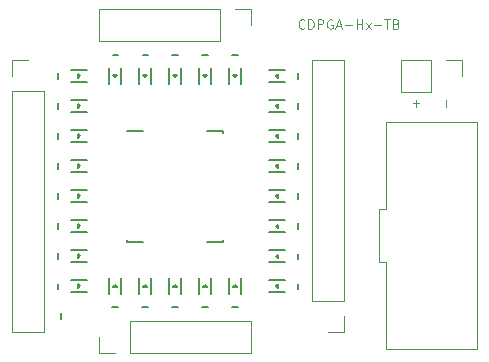
<source format=gbr>
G04 #@! TF.GenerationSoftware,KiCad,Pcbnew,5.1.10*
G04 #@! TF.CreationDate,2021-08-13T17:50:11+08:00*
G04 #@! TF.ProjectId,kudo-printer,6b75646f-2d70-4726-996e-7465722e6b69,rev?*
G04 #@! TF.SameCoordinates,PX2160ec0PY2255100*
G04 #@! TF.FileFunction,Legend,Top*
G04 #@! TF.FilePolarity,Positive*
%FSLAX46Y46*%
G04 Gerber Fmt 4.6, Leading zero omitted, Abs format (unit mm)*
G04 Created by KiCad (PCBNEW 5.1.10) date 2021-08-13 17:50:11*
%MOMM*%
%LPD*%
G01*
G04 APERTURE LIST*
%ADD10C,0.120000*%
%ADD11C,0.150000*%
%ADD12C,0.100000*%
G04 APERTURE END LIST*
D10*
X25016666Y-1835714D02*
X24978571Y-1873809D01*
X24864285Y-1911904D01*
X24788095Y-1911904D01*
X24673809Y-1873809D01*
X24597619Y-1797619D01*
X24559523Y-1721428D01*
X24521428Y-1569047D01*
X24521428Y-1454761D01*
X24559523Y-1302380D01*
X24597619Y-1226190D01*
X24673809Y-1150000D01*
X24788095Y-1111904D01*
X24864285Y-1111904D01*
X24978571Y-1150000D01*
X25016666Y-1188095D01*
X25359523Y-1911904D02*
X25359523Y-1111904D01*
X25550000Y-1111904D01*
X25664285Y-1150000D01*
X25740476Y-1226190D01*
X25778571Y-1302380D01*
X25816666Y-1454761D01*
X25816666Y-1569047D01*
X25778571Y-1721428D01*
X25740476Y-1797619D01*
X25664285Y-1873809D01*
X25550000Y-1911904D01*
X25359523Y-1911904D01*
X26159523Y-1911904D02*
X26159523Y-1111904D01*
X26464285Y-1111904D01*
X26540476Y-1150000D01*
X26578571Y-1188095D01*
X26616666Y-1264285D01*
X26616666Y-1378571D01*
X26578571Y-1454761D01*
X26540476Y-1492857D01*
X26464285Y-1530952D01*
X26159523Y-1530952D01*
X27378571Y-1150000D02*
X27302380Y-1111904D01*
X27188095Y-1111904D01*
X27073809Y-1150000D01*
X26997619Y-1226190D01*
X26959523Y-1302380D01*
X26921428Y-1454761D01*
X26921428Y-1569047D01*
X26959523Y-1721428D01*
X26997619Y-1797619D01*
X27073809Y-1873809D01*
X27188095Y-1911904D01*
X27264285Y-1911904D01*
X27378571Y-1873809D01*
X27416666Y-1835714D01*
X27416666Y-1569047D01*
X27264285Y-1569047D01*
X27721428Y-1683333D02*
X28102380Y-1683333D01*
X27645238Y-1911904D02*
X27911904Y-1111904D01*
X28178571Y-1911904D01*
X28445238Y-1607142D02*
X29054761Y-1607142D01*
X29435714Y-1911904D02*
X29435714Y-1111904D01*
X29435714Y-1492857D02*
X29892857Y-1492857D01*
X29892857Y-1911904D02*
X29892857Y-1111904D01*
X30197619Y-1911904D02*
X30616666Y-1378571D01*
X30197619Y-1378571D02*
X30616666Y-1911904D01*
X30921428Y-1607142D02*
X31530952Y-1607142D01*
X31797619Y-1111904D02*
X32254761Y-1111904D01*
X32026190Y-1911904D02*
X32026190Y-1111904D01*
X32788095Y-1492857D02*
X32902380Y-1530952D01*
X32940476Y-1569047D01*
X32978571Y-1645238D01*
X32978571Y-1759523D01*
X32940476Y-1835714D01*
X32902380Y-1873809D01*
X32826190Y-1911904D01*
X32521428Y-1911904D01*
X32521428Y-1111904D01*
X32788095Y-1111904D01*
X32864285Y-1150000D01*
X32902380Y-1188095D01*
X32940476Y-1264285D01*
X32940476Y-1340476D01*
X32902380Y-1416666D01*
X32864285Y-1454761D01*
X32788095Y-1492857D01*
X32521428Y-1492857D01*
X37000000Y-7958333D02*
X37000000Y-8491666D01*
X34475000Y-7958333D02*
X34475000Y-8491666D01*
X34208333Y-8225000D02*
X34741666Y-8225000D01*
D11*
X11037500Y-6600000D02*
X11037500Y-5200000D01*
X12037500Y-5200000D02*
X12037500Y-6600000D01*
X11387500Y-5800000D02*
X11537500Y-6000000D01*
X11537500Y-6000000D02*
X11687500Y-5800000D01*
X11687500Y-5800000D02*
X11387500Y-5800000D01*
X22000000Y-23200000D02*
X23400000Y-23200000D01*
X23400000Y-24200000D02*
X22000000Y-24200000D01*
X22800000Y-23550000D02*
X22600000Y-23700000D01*
X22600000Y-23700000D02*
X22800000Y-23850000D01*
X22800000Y-23850000D02*
X22800000Y-23550000D01*
D10*
X295000Y-4570000D02*
X1625000Y-4570000D01*
X295000Y-5900000D02*
X295000Y-4570000D01*
X295000Y-7170000D02*
X2955000Y-7170000D01*
X2955000Y-7170000D02*
X2955000Y-27550000D01*
X295000Y-7170000D02*
X295000Y-27550000D01*
X295000Y-27550000D02*
X2955000Y-27550000D01*
D11*
X22000000Y-13039284D02*
X23400000Y-13039284D01*
X23400000Y-14039284D02*
X22000000Y-14039284D01*
X22800000Y-13389284D02*
X22600000Y-13539284D01*
X22600000Y-13539284D02*
X22800000Y-13689284D01*
X22800000Y-13689284D02*
X22800000Y-13389284D01*
X22000000Y-15585712D02*
X23400000Y-15585712D01*
X23400000Y-16585712D02*
X22000000Y-16585712D01*
X22800000Y-15935712D02*
X22600000Y-16085712D01*
X22600000Y-16085712D02*
X22800000Y-16235712D01*
X22800000Y-16235712D02*
X22800000Y-15935712D01*
X22000000Y-18132140D02*
X23400000Y-18132140D01*
X23400000Y-19132140D02*
X22000000Y-19132140D01*
X22800000Y-18482140D02*
X22600000Y-18632140D01*
X22600000Y-18632140D02*
X22800000Y-18782140D01*
X22800000Y-18782140D02*
X22800000Y-18482140D01*
X22000000Y-20678568D02*
X23400000Y-20678568D01*
X23400000Y-21678568D02*
X22000000Y-21678568D01*
X22800000Y-21028568D02*
X22600000Y-21178568D01*
X22600000Y-21178568D02*
X22800000Y-21328568D01*
X22800000Y-21328568D02*
X22800000Y-21028568D01*
X14562500Y-22975000D02*
X14562500Y-24375000D01*
X13562500Y-24375000D02*
X13562500Y-22975000D01*
X14212500Y-23775000D02*
X14062500Y-23575000D01*
X14062500Y-23575000D02*
X13912500Y-23775000D01*
X13912500Y-23775000D02*
X14212500Y-23775000D01*
X8500000Y-6600000D02*
X8500000Y-5200000D01*
X9500000Y-5200000D02*
X9500000Y-6600000D01*
X8850000Y-5800000D02*
X9000000Y-6000000D01*
X9000000Y-6000000D02*
X9150000Y-5800000D01*
X9150000Y-5800000D02*
X8850000Y-5800000D01*
X6650000Y-16571428D02*
X5250000Y-16571428D01*
X5250000Y-15571428D02*
X6650000Y-15571428D01*
X5850000Y-16221428D02*
X6050000Y-16071428D01*
X6050000Y-16071428D02*
X5850000Y-15921428D01*
X5850000Y-15921428D02*
X5850000Y-16221428D01*
D10*
X20475000Y-245000D02*
X20475000Y-1575000D01*
X19145000Y-245000D02*
X20475000Y-245000D01*
X17875000Y-245000D02*
X17875000Y-2905000D01*
X17875000Y-2905000D02*
X7655000Y-2905000D01*
X17875000Y-245000D02*
X7655000Y-245000D01*
X7655000Y-245000D02*
X7655000Y-2905000D01*
X7650000Y-29330000D02*
X7650000Y-28000000D01*
X8980000Y-29330000D02*
X7650000Y-29330000D01*
X10250000Y-29330000D02*
X10250000Y-26670000D01*
X10250000Y-26670000D02*
X20470000Y-26670000D01*
X10250000Y-29330000D02*
X20470000Y-29330000D01*
X20470000Y-29330000D02*
X20470000Y-26670000D01*
D11*
X6650000Y-14028571D02*
X5250000Y-14028571D01*
X5250000Y-13028571D02*
X6650000Y-13028571D01*
X5850000Y-13678571D02*
X6050000Y-13528571D01*
X6050000Y-13528571D02*
X5850000Y-13378571D01*
X5850000Y-13378571D02*
X5850000Y-13678571D01*
X6650000Y-6400000D02*
X5250000Y-6400000D01*
X5250000Y-5400000D02*
X6650000Y-5400000D01*
X5850000Y-6050000D02*
X6050000Y-5900000D01*
X6050000Y-5900000D02*
X5850000Y-5750000D01*
X5850000Y-5750000D02*
X5850000Y-6050000D01*
X6650000Y-24200000D02*
X5250000Y-24200000D01*
X5250000Y-23200000D02*
X6650000Y-23200000D01*
X5850000Y-23850000D02*
X6050000Y-23700000D01*
X6050000Y-23700000D02*
X5850000Y-23550000D01*
X5850000Y-23550000D02*
X5850000Y-23850000D01*
X13575000Y-6600000D02*
X13575000Y-5200000D01*
X14575000Y-5200000D02*
X14575000Y-6600000D01*
X13925000Y-5800000D02*
X14075000Y-6000000D01*
X14075000Y-6000000D02*
X14225000Y-5800000D01*
X14225000Y-5800000D02*
X13925000Y-5800000D01*
X6650000Y-11485714D02*
X5250000Y-11485714D01*
X5250000Y-10485714D02*
X6650000Y-10485714D01*
X5850000Y-11135714D02*
X6050000Y-10985714D01*
X6050000Y-10985714D02*
X5850000Y-10835714D01*
X5850000Y-10835714D02*
X5850000Y-11135714D01*
X9475000Y-22975000D02*
X9475000Y-24375000D01*
X8475000Y-24375000D02*
X8475000Y-22975000D01*
X9125000Y-23775000D02*
X8975000Y-23575000D01*
X8975000Y-23575000D02*
X8825000Y-23775000D01*
X8825000Y-23775000D02*
X9125000Y-23775000D01*
X19650000Y-22975000D02*
X19650000Y-24375000D01*
X18650000Y-24375000D02*
X18650000Y-22975000D01*
X19300000Y-23775000D02*
X19150000Y-23575000D01*
X19150000Y-23575000D02*
X19000000Y-23775000D01*
X19000000Y-23775000D02*
X19300000Y-23775000D01*
X22000000Y-5400000D02*
X23400000Y-5400000D01*
X23400000Y-6400000D02*
X22000000Y-6400000D01*
X22800000Y-5750000D02*
X22600000Y-5900000D01*
X22600000Y-5900000D02*
X22800000Y-6050000D01*
X22800000Y-6050000D02*
X22800000Y-5750000D01*
X22000000Y-7946428D02*
X23400000Y-7946428D01*
X23400000Y-8946428D02*
X22000000Y-8946428D01*
X22800000Y-8296428D02*
X22600000Y-8446428D01*
X22600000Y-8446428D02*
X22800000Y-8596428D01*
X22800000Y-8596428D02*
X22800000Y-8296428D01*
X22000000Y-10492856D02*
X23400000Y-10492856D01*
X23400000Y-11492856D02*
X22000000Y-11492856D01*
X22800000Y-10842856D02*
X22600000Y-10992856D01*
X22600000Y-10992856D02*
X22800000Y-11142856D01*
X22800000Y-11142856D02*
X22800000Y-10842856D01*
X6650000Y-8942857D02*
X5250000Y-8942857D01*
X5250000Y-7942857D02*
X6650000Y-7942857D01*
X5850000Y-8592857D02*
X6050000Y-8442857D01*
X6050000Y-8442857D02*
X5850000Y-8292857D01*
X5850000Y-8292857D02*
X5850000Y-8592857D01*
X12018750Y-22975000D02*
X12018750Y-24375000D01*
X11018750Y-24375000D02*
X11018750Y-22975000D01*
X11668750Y-23775000D02*
X11518750Y-23575000D01*
X11518750Y-23575000D02*
X11368750Y-23775000D01*
X11368750Y-23775000D02*
X11668750Y-23775000D01*
X6650000Y-19114285D02*
X5250000Y-19114285D01*
X5250000Y-18114285D02*
X6650000Y-18114285D01*
X5850000Y-18764285D02*
X6050000Y-18614285D01*
X6050000Y-18614285D02*
X5850000Y-18464285D01*
X5850000Y-18464285D02*
X5850000Y-18764285D01*
X6650000Y-21657142D02*
X5250000Y-21657142D01*
X5250000Y-20657142D02*
X6650000Y-20657142D01*
X5850000Y-21307142D02*
X6050000Y-21157142D01*
X6050000Y-21157142D02*
X5850000Y-21007142D01*
X5850000Y-21007142D02*
X5850000Y-21307142D01*
X4375000Y-25975000D02*
X4375000Y-26475000D01*
D10*
X28355000Y-27555000D02*
X27025000Y-27555000D01*
X28355000Y-26225000D02*
X28355000Y-27555000D01*
X28355000Y-24955000D02*
X25695000Y-24955000D01*
X25695000Y-24955000D02*
X25695000Y-4575000D01*
X28355000Y-24955000D02*
X28355000Y-4575000D01*
X28355000Y-4575000D02*
X25695000Y-4575000D01*
D11*
X4175000Y-5675000D02*
X4175000Y-6125000D01*
X4175000Y-8217857D02*
X4175000Y-8667857D01*
X4175000Y-10760714D02*
X4175000Y-11210714D01*
X4175000Y-13303571D02*
X4175000Y-13753571D01*
X4175000Y-15846428D02*
X4175000Y-16296428D01*
X4175000Y-18389285D02*
X4175000Y-18839285D01*
X4175000Y-20932142D02*
X4175000Y-21382142D01*
X4175000Y-23475000D02*
X4175000Y-23925000D01*
X9225000Y-4125000D02*
X8775000Y-4125000D01*
X8750000Y-25450000D02*
X9200000Y-25450000D01*
X11762500Y-4125000D02*
X11312500Y-4125000D01*
X11293750Y-25450000D02*
X11743750Y-25450000D01*
X14300000Y-4125000D02*
X13850000Y-4125000D01*
X13837500Y-25450000D02*
X14287500Y-25450000D01*
X16837500Y-4125000D02*
X16387500Y-4125000D01*
X16381250Y-25450000D02*
X16831250Y-25450000D01*
X19375000Y-4125000D02*
X18925000Y-4125000D01*
X18925000Y-25450000D02*
X19375000Y-25450000D01*
X24475000Y-6125000D02*
X24475000Y-5675000D01*
X24475000Y-8667857D02*
X24475000Y-8217857D01*
X24475000Y-11210714D02*
X24475000Y-10760714D01*
X24475000Y-13753571D02*
X24475000Y-13303571D01*
X24475000Y-16296428D02*
X24475000Y-15846428D01*
X24475000Y-18839285D02*
X24475000Y-18389285D01*
X24475000Y-21400000D02*
X24475000Y-20950000D01*
X24475000Y-23925000D02*
X24475000Y-23475000D01*
X10025000Y-19975000D02*
X10025000Y-19825000D01*
X18125000Y-19975000D02*
X18125000Y-19825000D01*
X18125000Y-10575000D02*
X18125000Y-10725000D01*
X11375000Y-19975000D02*
X10025000Y-19975000D01*
X16775000Y-19975000D02*
X18125000Y-19975000D01*
X16775000Y-10575000D02*
X18125000Y-10575000D01*
X11375000Y-10575000D02*
X10025000Y-10575000D01*
X17106250Y-22975000D02*
X17106250Y-24375000D01*
X16106250Y-24375000D02*
X16106250Y-22975000D01*
X16756250Y-23775000D02*
X16606250Y-23575000D01*
X16606250Y-23575000D02*
X16456250Y-23775000D01*
X16456250Y-23775000D02*
X16756250Y-23775000D01*
X18650000Y-6600000D02*
X18650000Y-5200000D01*
X19650000Y-5200000D02*
X19650000Y-6600000D01*
X19000000Y-5800000D02*
X19150000Y-6000000D01*
X19150000Y-6000000D02*
X19300000Y-5800000D01*
X19300000Y-5800000D02*
X19000000Y-5800000D01*
X16112500Y-6600000D02*
X16112500Y-5200000D01*
X17112500Y-5200000D02*
X17112500Y-6600000D01*
X16462500Y-5800000D02*
X16612500Y-6000000D01*
X16612500Y-6000000D02*
X16762500Y-5800000D01*
X16762500Y-5800000D02*
X16462500Y-5800000D01*
D10*
X38380000Y-4570000D02*
X38380000Y-5900000D01*
X37050000Y-4570000D02*
X38380000Y-4570000D01*
X35780000Y-4570000D02*
X35780000Y-7230000D01*
X35780000Y-7230000D02*
X33180000Y-7230000D01*
X35780000Y-4570000D02*
X33180000Y-4570000D01*
X33180000Y-4570000D02*
X33180000Y-7230000D01*
D12*
X39670000Y-9775000D02*
X31920000Y-9775000D01*
X39670000Y-29035000D02*
X31920000Y-29035000D01*
X31920000Y-17145000D02*
X31370000Y-17145000D01*
X31920000Y-21645000D02*
X31370000Y-21645000D01*
X31920000Y-17145000D02*
X31920000Y-9775000D01*
X31920000Y-29035000D02*
X31920000Y-21645000D01*
X31370000Y-21645000D02*
X31370000Y-17145000D01*
X39670000Y-29035000D02*
X39670000Y-9775000D01*
M02*

</source>
